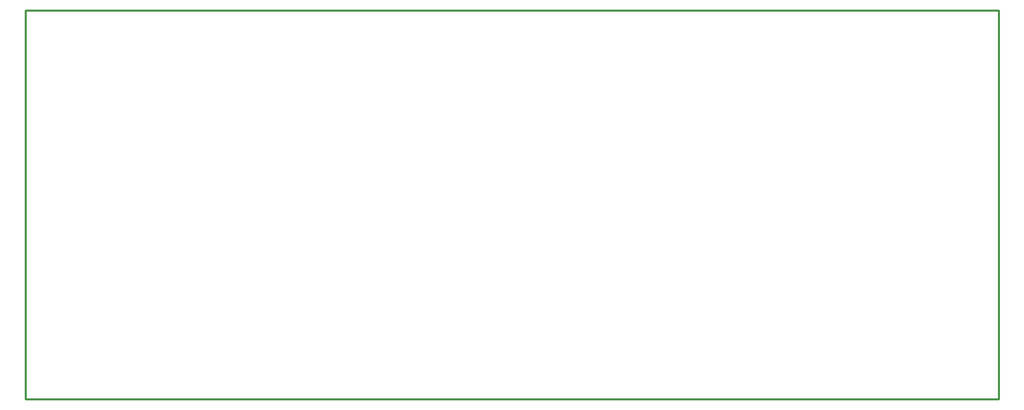
<source format=gko>
%FSLAX44Y44*%
%MOMM*%
G71*
G01*
G75*
G04 Layer_Color=16711935*
%ADD10R,0.6000X0.6000*%
%ADD11R,0.6300X0.8300*%
%ADD12R,5.5000X3.2000*%
%ADD13R,1.0000X1.5000*%
%ADD14R,3.0000X1.6000*%
%ADD15R,6.2000X5.8000*%
%ADD16R,2.7000X1.0000*%
%ADD17R,2.7000X3.3000*%
%ADD18O,2.1500X0.6000*%
%ADD19O,0.7000X2.5000*%
G04:AMPARAMS|DCode=20|XSize=0.6mm|YSize=1.3mm|CornerRadius=0.15mm|HoleSize=0mm|Usage=FLASHONLY|Rotation=180.000|XOffset=0mm|YOffset=0mm|HoleType=Round|Shape=RoundedRectangle|*
%AMROUNDEDRECTD20*
21,1,0.6000,1.0000,0,0,180.0*
21,1,0.3000,1.3000,0,0,180.0*
1,1,0.3000,-0.1500,0.5000*
1,1,0.3000,0.1500,0.5000*
1,1,0.3000,0.1500,-0.5000*
1,1,0.3000,-0.1500,-0.5000*
%
%ADD20ROUNDEDRECTD20*%
%ADD21R,0.6000X0.6000*%
%ADD22R,0.4500X0.6000*%
%ADD23O,1.7000X0.3000*%
%ADD24R,1.1000X0.6000*%
%ADD25R,1.0000X0.8000*%
%ADD26R,0.9000X0.6000*%
%ADD27R,0.6000X1.1000*%
%ADD28R,1.5000X2.1000*%
%ADD29R,0.8300X0.6300*%
%ADD30R,1.5000X1.0000*%
%ADD31R,3.0000X3.7500*%
%ADD32C,1.5000*%
%ADD33C,0.3000*%
%ADD34C,0.5000*%
%ADD35C,1.8000*%
%ADD36C,2.0000*%
%ADD37C,0.7500*%
%ADD38C,1.0000*%
%ADD39C,0.2600*%
%ADD40C,0.2500*%
%ADD41C,1.5000*%
%ADD42R,1.5000X1.5000*%
%ADD43C,2.5000*%
%ADD44C,6.0000*%
%ADD45C,1.6000*%
%ADD46C,0.7000*%
%ADD47R,0.8000X1.0000*%
%ADD48C,0.7000*%
%ADD49C,0.1700*%
%ADD50C,0.2540*%
%ADD51C,0.2000*%
%ADD52C,0.1000*%
%ADD53C,0.1500*%
%ADD54R,0.8032X0.8032*%
%ADD55R,0.8332X1.0332*%
%ADD56R,5.7032X3.4032*%
%ADD57R,1.2032X1.7032*%
%ADD58R,3.2032X1.8032*%
%ADD59R,6.4032X6.0032*%
%ADD60R,2.9032X1.2032*%
%ADD61R,2.9032X3.5032*%
%ADD62O,2.3532X0.8032*%
%ADD63O,0.9032X2.7032*%
G04:AMPARAMS|DCode=64|XSize=0.8032mm|YSize=1.5032mm|CornerRadius=0.2516mm|HoleSize=0mm|Usage=FLASHONLY|Rotation=180.000|XOffset=0mm|YOffset=0mm|HoleType=Round|Shape=RoundedRectangle|*
%AMROUNDEDRECTD64*
21,1,0.8032,1.0000,0,0,180.0*
21,1,0.3000,1.5032,0,0,180.0*
1,1,0.5032,-0.1500,0.5000*
1,1,0.5032,0.1500,0.5000*
1,1,0.5032,0.1500,-0.5000*
1,1,0.5032,-0.1500,-0.5000*
%
%ADD64ROUNDEDRECTD64*%
%ADD65R,0.8032X0.8032*%
%ADD66R,0.6532X0.8032*%
%ADD67O,1.9032X0.5032*%
%ADD68R,1.3032X0.8032*%
%ADD69R,1.2032X1.0032*%
%ADD70R,1.1032X0.8032*%
%ADD71R,0.8032X1.3032*%
%ADD72R,1.7032X2.3032*%
%ADD73R,1.0332X0.8332*%
%ADD74R,1.7032X1.2032*%
%ADD75R,3.2032X3.9532*%
%ADD76C,1.7032*%
%ADD77R,1.7032X1.7032*%
%ADD78C,2.7032*%
%ADD79C,6.2032*%
%ADD80C,1.8032*%
%ADD81R,1.0032X1.2032*%
D50*
X0Y0D02*
Y480000D01*
X1200000D01*
X0Y0D02*
X1200000D01*
Y480000D01*
M02*

</source>
